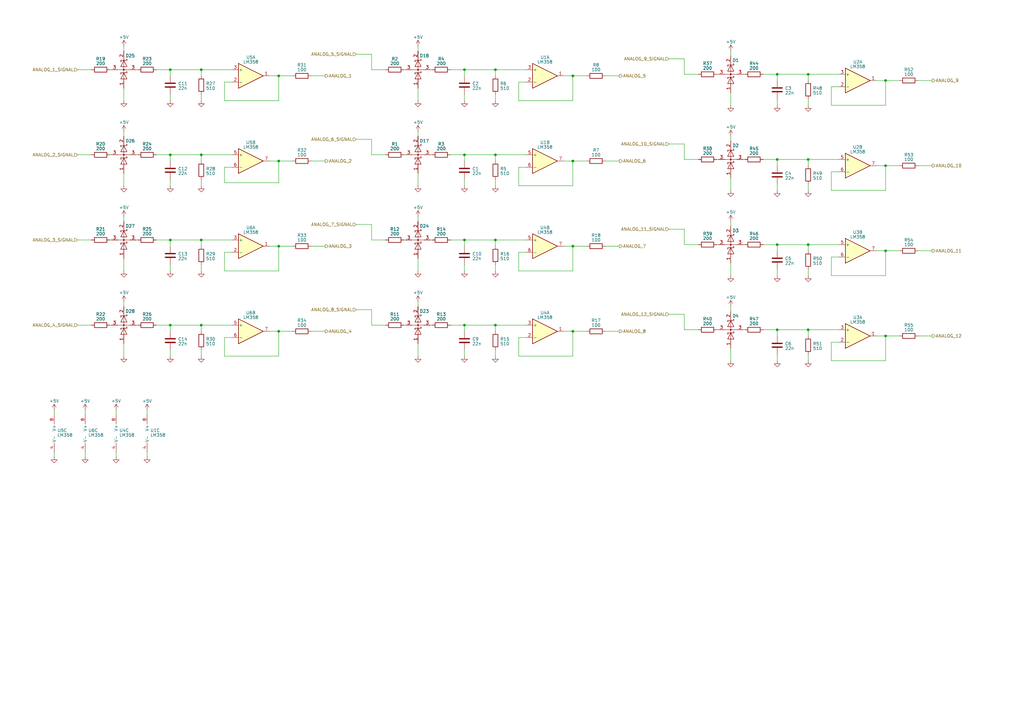
<source format=kicad_sch>
(kicad_sch (version 20230121) (generator eeschema)
  (paper "A3")
  (title_block (title "VEHICLE MEASURING UNIT (VMU)") (rev "1.0") (company "KTH FORMULA STUDENT") (comment 1 "DeV17") (comment 2 "FILIP SVEBECK") (comment 3 "FSVEBECK@KTH.SE"))
  (lib_symbols
    (symbol "Amplifier_Operational:LM358" (pin_names (offset 0.127))
      (property "Reference" "U" (at 0 5.08 0))
      (property "Value" "LM358" (at 0 -5.08 0))
      (symbol "LM358_1_1"
        (polyline (pts (xy -5.08 5.08) (xy 5.08 0) (xy -5.08 -5.08) (xy -5.08 5.08)) (stroke (width 0.254)) (fill (type background)))
        (pin output line (at 7.62 0 180) (length 2.54) (name "~") (number "1"))
        (pin input line (at -7.62 -2.54 0) (length 2.54) (name "-") (number "2"))
        (pin input line (at -7.62 2.54 0) (length 2.54) (name "+") (number "3"))
      )
      (symbol "LM358_2_1"
        (polyline (pts (xy -5.08 5.08) (xy 5.08 0) (xy -5.08 -5.08) (xy -5.08 5.08)) (stroke (width 0.254)) (fill (type background)))
        (pin input line (at -7.62 2.54 0) (length 2.54) (name "+") (number "5"))
        (pin input line (at -7.62 -2.54 0) (length 2.54) (name "-") (number "6"))
        (pin output line (at 7.62 0 180) (length 2.54) (name "~") (number "7"))
      )
      (symbol "LM358_3_1"
        (pin power_in line (at -2.54 -7.62 90) (length 3.81) (name "V-") (number "4"))
        (pin power_in line (at -2.54 7.62 270) (length 3.81) (name "V+") (number "8"))
      )
    )
    (symbol "Device:C" (pin_numbers hide) (pin_names (offset 0.254))
      (property "Reference" "C" (at 0.635 2.54 0))
      (property "Value" "C" (at 0.635 -2.54 0))
      (symbol "C_0_1"
        (polyline (pts (xy -2.032 -0.762) (xy 2.032 -0.762)) (stroke (width 0.508)))
        (polyline (pts (xy -2.032 0.762) (xy 2.032 0.762)) (stroke (width 0.508)))
      )
      (symbol "C_1_1"
        (pin passive line (at 0 3.81 270) (length 2.794) (name "~") (number "1"))
        (pin passive line (at 0 -3.81 90) (length 2.794) (name "~") (number "2"))
      )
    )
    (symbol "Device:R" (pin_numbers hide) (pin_names (offset 0))
      (property "Reference" "R" (at 2.032 0 90))
      (property "Value" "R" (at 0 0 90))
      (symbol "R_0_1"
        (rectangle (start -1.016 -2.54) (end 1.016 2.54) (stroke (width 0.254)))
      )
      (symbol "R_1_1"
        (pin passive line (at 0 3.81 270) (length 1.27) (name "~") (number "1"))
        (pin passive line (at 0 -3.81 90) (length 1.27) (name "~") (number "2"))
      )
    )
    (symbol "KTHFS:D_Schottky_x2_Serial_AKC" (pin_names (offset 0.762) hide)
      (property "Reference" "D" (at 2.54 1.27 90))
      (property "Value" "D_Schottky_x2_Serial_AKC" (at -2.54 0 90))
      (symbol "D_Schottky_x2_Serial_AKC_0_1"
        (polyline (pts (xy 0 -3.81) (xy 0 3.81)))
        (polyline (pts (xy 0 0) (xy 2.54 0)))
        (polyline (pts (xy 0 6.35) (xy 0 7.62)))
        (polyline (pts (xy -1.27 3.81) (xy 1.27 3.81) (xy 1.27 3.81)) (stroke (width 0.2032)))
        (polyline (pts (xy 1.27 -1.27) (xy -1.27 -1.27) (xy -1.27 -1.27)) (stroke (width 0.2032)))
        (polyline (pts (xy -1.27 3.81) (xy -1.27 3.302) (xy -1.016 3.302) (xy -1.016 3.302)) (stroke (width 0.2032)))
        (polyline (pts (xy 1.27 -1.27) (xy 1.27 -0.762) (xy 1.016 -0.762) (xy 1.016 -0.762)) (stroke (width 0.2032)))
        (polyline (pts (xy 1.27 3.81) (xy 1.27 4.318) (xy 1.016 4.318) (xy 1.016 4.318)) (stroke (width 0.2032)))
        (polyline (pts (xy -1.016 -1.778) (xy -1.27 -1.778) (xy -1.27 -1.27) (xy -1.27 -1.27) (xy -1.27 -1.27)) (stroke (width 0.2032)))
        (polyline (pts (xy -1.27 -3.81) (xy 0 -1.27) (xy 1.27 -3.81) (xy -1.27 -3.81) (xy -1.27 -3.81) (xy -1.27 -3.81)) (stroke (width 0.2032)))
        (polyline (pts (xy -1.27 1.27) (xy 0 3.81) (xy 1.27 1.27) (xy -1.27 1.27) (xy -1.27 1.27) (xy -1.27 1.27)) (stroke (width 0.2032)))
        (circle (center 0 0) (radius 0.254) (fill (type outline)))
        (pin passive line (at 0 -7.62 90) (length 3.81) (name "A") (number "1"))
        (pin passive line (at 0 7.62 270) (length 3.81) (name "K") (number "2"))
        (pin passive line (at 5.08 0 180) (length 2.54) (name "common") (number "3"))
      )
      (symbol "D_Schottky_x2_Serial_AKC_1_1"
        (polyline (pts (xy 0 0) (xy -2.54 0)))
        (pin passive line (at -5.08 0 0) (length 2.54) (name "common") (number "3"))
      )
    )
    (symbol "power:+5V" (power) (pin_names (offset 0))
      (property "Value" "+5V" (at 0 3.556 0))
      (symbol "+5V_0_1"
        (polyline (pts (xy -0.762 1.27) (xy 0 2.54)))
        (polyline (pts (xy 0 0) (xy 0 2.54)))
        (polyline (pts (xy 0 2.54) (xy 0.762 1.27)))
      )
      (symbol "+5V_1_1"
        (pin power_in line (at 0 0 90) (length 0) hide (name "+5V") (number "1"))
      )
    )
    (symbol "power:GND" (power) (pin_names (offset 0))
      (property "Value" "GND" (at 0 -3.81 0))
      (symbol "GND_0_1"
        (polyline (pts (xy 0 0) (xy 0 -1.27) (xy 1.27 -1.27) (xy 0 -2.54) (xy -1.27 -1.27) (xy 0 -1.27)))
      )
      (symbol "GND_1_1"
        (pin power_in line (at 0 0 270) (length 0) hide (name "GND") (number "1"))
      )
    )
  )
  (junction (at 114.3 100.965))
  (junction (at 234.95 135.89))
  (junction (at 363.22 67.945))
  (junction (at 318.77 100.33))
  (junction (at 114.3 66.04))
  (junction (at 114.3 31.115))
  (junction (at 190.5 98.425))
  (junction (at 190.5 133.35))
  (junction (at 331.47 30.48))
  (junction (at 203.2 63.5))
  (junction (at 203.2 28.575))
  (junction (at 331.47 65.405))
  (junction (at 318.77 30.48))
  (junction (at 331.47 100.33))
  (junction (at 363.22 137.795))
  (junction (at 82.55 133.35))
  (junction (at 234.95 31.115))
  (junction (at 318.77 135.255))
  (junction (at 69.85 63.5))
  (junction (at 363.22 102.87))
  (junction (at 82.55 98.425))
  (junction (at 234.95 100.965))
  (junction (at 190.5 63.5))
  (junction (at 69.85 98.425))
  (junction (at 234.95 66.04))
  (junction (at 82.55 63.5))
  (junction (at 190.5 28.575))
  (junction (at 114.3 135.89))
  (junction (at 331.47 135.255))
  (junction (at 363.22 33.02))
  (junction (at 69.85 28.575))
  (junction (at 318.77 65.405))
  (junction (at 203.2 133.35))
  (junction (at 69.85 133.35))
  (junction (at 203.2 98.425))
  (junction (at 82.55 28.575))
  (wire (pts (xy 69.85 133.35) (xy 64.135 133.35)))
  (wire (pts (xy 299.72 57.785) (xy 299.72 55.88)))
  (wire (pts (xy 331.47 110.49) (xy 331.47 113.03)))
  (wire (pts (xy 240.665 100.965) (xy 234.95 100.965)))
  (wire (pts (xy 171.45 55.88) (xy 171.45 53.975)))
  (wire (pts (xy 363.22 67.945) (xy 359.41 67.945)))
  (wire (pts (xy 34.925 170.18) (xy 34.925 168.275)))
  (wire (pts (xy 240.665 66.04) (xy 234.95 66.04)))
  (wire (pts (xy 234.95 111.125) (xy 234.95 100.965)))
  (wire (pts (xy 331.47 102.87) (xy 331.47 100.33)))
  (wire (pts (xy 114.3 74.93) (xy 114.3 66.04)))
  (wire (pts (xy 171.45 71.12) (xy 171.45 76.2)))
  (wire (pts (xy 203.2 66.04) (xy 203.2 63.5)))
  (wire (pts (xy 304.8 100.33) (xy 305.435 100.33)))
  (wire (pts (xy 190.5 108.585) (xy 190.5 111.125)))
  (wire (pts (xy 248.285 31.115) (xy 254 31.115)))
  (wire (pts (xy 50.8 146.05) (xy 50.8 140.97)))
  (wire (pts (xy 82.55 28.575) (xy 82.55 31.115)))
  (wire (pts (xy 215.9 133.35) (xy 203.2 133.35)))
  (wire (pts (xy 240.665 31.115) (xy 234.95 31.115)))
  (wire (pts (xy 215.9 63.5) (xy 203.2 63.5)))
  (wire (pts (xy 190.5 63.5) (xy 190.5 66.04)))
  (wire (pts (xy 280.67 93.98) (xy 280.67 100.33)))
  (wire (pts (xy 171.45 36.195) (xy 171.45 41.275)))
  (wire (pts (xy 158.115 133.35) (xy 152.4 133.35)))
  (wire (pts (xy 363.22 43.18) (xy 363.22 33.02)))
  (wire (pts (xy 212.725 68.58) (xy 212.725 76.2)))
  (wire (pts (xy 82.55 41.275) (xy 82.55 38.735)))
  (wire (pts (xy 318.77 135.255) (xy 318.77 137.795)))
  (wire (pts (xy 114.3 31.115) (xy 110.49 31.115)))
  (wire (pts (xy 340.995 35.56) (xy 340.995 43.18)))
  (wire (pts (xy 318.77 30.48) (xy 318.77 33.02)))
  (wire (pts (xy 305.435 135.255) (xy 304.8 135.255)))
  (wire (pts (xy 212.725 111.125) (xy 234.95 111.125)))
  (wire (pts (xy 127.635 100.965) (xy 133.35 100.965)))
  (wire (pts (xy 22.225 170.18) (xy 22.225 168.275)))
  (wire (pts (xy 120.015 31.115) (xy 114.3 31.115)))
  (wire (pts (xy 231.14 135.89) (xy 234.95 135.89)))
  (wire (pts (xy 340.995 113.03) (xy 363.22 113.03)))
  (wire (pts (xy 248.285 135.89) (xy 254 135.89)))
  (wire (pts (xy 299.72 92.71) (xy 299.72 90.805)))
  (wire (pts (xy 50.8 90.805) (xy 50.8 88.9)))
  (wire (pts (xy 340.995 43.18) (xy 363.22 43.18)))
  (wire (pts (xy 146.05 57.15) (xy 152.4 57.15)))
  (wire (pts (xy 280.67 65.405) (xy 286.385 65.405)))
  (wire (pts (xy 47.625 170.18) (xy 47.625 168.275)))
  (wire (pts (xy 376.555 137.795) (xy 382.27 137.795)))
  (wire (pts (xy 203.2 38.735) (xy 203.2 41.275)))
  (wire (pts (xy 344.17 140.335) (xy 340.995 140.335)))
  (wire (pts (xy 56.515 98.425) (xy 55.88 98.425)))
  (wire (pts (xy 114.3 41.275) (xy 114.3 31.115)))
  (wire (pts (xy 31.75 63.5) (xy 37.465 63.5)))
  (wire (pts (xy 69.85 66.04) (xy 69.85 63.5)))
  (wire (pts (xy 331.47 135.255) (xy 331.47 137.795)))
  (wire (pts (xy 340.995 78.105) (xy 363.22 78.105)))
  (wire (pts (xy 215.9 68.58) (xy 212.725 68.58)))
  (wire (pts (xy 190.5 98.425) (xy 190.5 100.965)))
  (wire (pts (xy 368.935 102.87) (xy 363.22 102.87)))
  (wire (pts (xy 274.32 93.98) (xy 280.67 93.98)))
  (wire (pts (xy 203.2 100.965) (xy 203.2 98.425)))
  (wire (pts (xy 190.5 28.575) (xy 190.5 31.115)))
  (wire (pts (xy 190.5 133.35) (xy 184.785 133.35)))
  (wire (pts (xy 176.53 63.5) (xy 177.165 63.5)))
  (wire (pts (xy 368.935 67.945) (xy 363.22 67.945)))
  (wire (pts (xy 280.67 128.905) (xy 274.32 128.905)))
  (wire (pts (xy 318.77 75.565) (xy 318.77 78.105)))
  (wire (pts (xy 133.35 135.89) (xy 127.635 135.89)))
  (wire (pts (xy 331.47 135.255) (xy 318.77 135.255)))
  (wire (pts (xy 176.53 98.425) (xy 177.165 98.425)))
  (wire (pts (xy 344.17 35.56) (xy 340.995 35.56)))
  (wire (pts (xy 331.47 67.945) (xy 331.47 65.405)))
  (wire (pts (xy 203.2 28.575) (xy 203.2 31.115)))
  (wire (pts (xy 82.55 108.585) (xy 82.55 111.125)))
  (wire (pts (xy 69.85 31.115) (xy 69.85 28.575)))
  (wire (pts (xy 363.22 113.03) (xy 363.22 102.87)))
  (wire (pts (xy 50.8 20.955) (xy 50.8 19.05)))
  (wire (pts (xy 177.165 133.35) (xy 176.53 133.35)))
  (wire (pts (xy 318.77 40.64) (xy 318.77 43.18)))
  (wire (pts (xy 184.785 98.425) (xy 190.5 98.425)))
  (wire (pts (xy 114.3 111.125) (xy 114.3 100.965)))
  (wire (pts (xy 50.8 76.2) (xy 50.8 71.12)))
  (wire (pts (xy 331.47 65.405) (xy 318.77 65.405)))
  (wire (pts (xy 114.3 100.965) (xy 110.49 100.965)))
  (wire (pts (xy 313.055 100.33) (xy 318.77 100.33)))
  (wire (pts (xy 171.45 106.045) (xy 171.45 111.125)))
  (wire (pts (xy 47.625 187.325) (xy 47.625 185.42)))
  (wire (pts (xy 114.3 100.965) (xy 120.015 100.965)))
  (wire (pts (xy 190.5 38.735) (xy 190.5 41.275)))
  (wire (pts (xy 165.735 28.575) (xy 166.37 28.575)))
  (wire (pts (xy 95.25 28.575) (xy 82.55 28.575)))
  (wire (pts (xy 152.4 28.575) (xy 158.115 28.575)))
  (wire (pts (xy 171.45 123.825) (xy 171.45 125.73)))
  (wire (pts (xy 212.725 33.655) (xy 212.725 41.275)))
  (wire (pts (xy 37.465 28.575) (xy 31.75 28.575)))
  (wire (pts (xy 215.9 33.655) (xy 212.725 33.655)))
  (wire (pts (xy 299.72 73.025) (xy 299.72 78.105)))
  (wire (pts (xy 45.085 63.5) (xy 45.72 63.5)))
  (wire (pts (xy 69.85 135.89) (xy 69.85 133.35)))
  (wire (pts (xy 152.4 63.5) (xy 158.115 63.5)))
  (wire (pts (xy 92.075 74.93) (xy 114.3 74.93)))
  (wire (pts (xy 299.72 38.1) (xy 299.72 43.18)))
  (wire (pts (xy 274.32 59.055) (xy 280.67 59.055)))
  (wire (pts (xy 363.22 78.105) (xy 363.22 67.945)))
  (wire (pts (xy 152.4 92.075) (xy 152.4 98.425)))
  (wire (pts (xy 203.2 133.35) (xy 190.5 133.35)))
  (wire (pts (xy 318.77 147.955) (xy 318.77 145.415)))
  (wire (pts (xy 82.55 135.89) (xy 82.55 133.35)))
  (wire (pts (xy 110.49 66.04) (xy 114.3 66.04)))
  (wire (pts (xy 190.5 146.05) (xy 190.5 143.51)))
  (wire (pts (xy 340.995 105.41) (xy 340.995 113.03)))
  (wire (pts (xy 234.95 66.04) (xy 231.14 66.04)))
  (wire (pts (xy 50.8 111.125) (xy 50.8 106.045)))
  (wire (pts (xy 69.85 76.2) (xy 69.85 73.66)))
  (wire (pts (xy 165.735 63.5) (xy 166.37 63.5)))
  (wire (pts (xy 254 100.965) (xy 248.285 100.965)))
  (wire (pts (xy 215.9 138.43) (xy 212.725 138.43)))
  (wire (pts (xy 69.85 98.425) (xy 82.55 98.425)))
  (wire (pts (xy 95.25 33.655) (xy 92.075 33.655)))
  (wire (pts (xy 294.005 65.405) (xy 294.64 65.405)))
  (wire (pts (xy 212.725 76.2) (xy 234.95 76.2)))
  (wire (pts (xy 152.4 28.575) (xy 152.4 22.225)))
  (wire (pts (xy 304.8 65.405) (xy 305.435 65.405)))
  (wire (pts (xy 318.77 65.405) (xy 318.77 67.945)))
  (wire (pts (xy 50.8 55.88) (xy 50.8 53.975)))
  (wire (pts (xy 82.55 146.05) (xy 82.55 143.51)))
  (wire (pts (xy 331.47 147.955) (xy 331.47 145.415)))
  (wire (pts (xy 146.05 92.075) (xy 152.4 92.075)))
  (wire (pts (xy 56.515 63.5) (xy 55.88 63.5)))
  (wire (pts (xy 344.17 135.255) (xy 331.47 135.255)))
  (wire (pts (xy 133.35 31.115) (xy 127.635 31.115)))
  (wire (pts (xy 382.27 102.87) (xy 376.555 102.87)))
  (wire (pts (xy 344.17 105.41) (xy 340.995 105.41)))
  (wire (pts (xy 203.2 98.425) (xy 190.5 98.425)))
  (wire (pts (xy 114.3 146.05) (xy 114.3 135.89)))
  (wire (pts (xy 294.64 100.33) (xy 294.005 100.33)))
  (wire (pts (xy 92.075 111.125) (xy 114.3 111.125)))
  (wire (pts (xy 50.8 36.195) (xy 50.8 41.275)))
  (wire (pts (xy 152.4 127) (xy 146.05 127)))
  (wire (pts (xy 340.995 70.485) (xy 340.995 78.105)))
  (wire (pts (xy 45.72 98.425) (xy 45.085 98.425)))
  (wire (pts (xy 82.55 63.5) (xy 82.55 66.04)))
  (wire (pts (xy 171.45 140.97) (xy 171.45 146.05)))
  (wire (pts (xy 203.2 63.5) (xy 190.5 63.5)))
  (wire (pts (xy 234.95 41.275) (xy 234.95 31.115)))
  (wire (pts (xy 171.45 20.955) (xy 171.45 19.05)))
  (wire (pts (xy 92.075 33.655) (xy 92.075 41.275)))
  (wire (pts (xy 92.075 103.505) (xy 92.075 111.125)))
  (wire (pts (xy 203.2 73.66) (xy 203.2 76.2)))
  (wire (pts (xy 45.72 28.575) (xy 45.085 28.575)))
  (wire (pts (xy 60.325 170.18) (xy 60.325 168.275)))
  (wire (pts (xy 331.47 30.48) (xy 331.47 33.02)))
  (wire (pts (xy 234.95 76.2) (xy 234.95 66.04)))
  (wire (pts (xy 45.085 133.35) (xy 45.72 133.35)))
  (wire (pts (xy 69.85 108.585) (xy 69.85 111.125)))
  (wire (pts (xy 92.075 68.58) (xy 92.075 74.93)))
  (wire (pts (xy 203.2 108.585) (xy 203.2 111.125)))
  (wire (pts (xy 95.25 68.58) (xy 92.075 68.58)))
  (wire (pts (xy 152.4 57.15) (xy 152.4 63.5)))
  (wire (pts (xy 280.67 30.48) (xy 280.67 24.13)))
  (wire (pts (xy 92.075 41.275) (xy 114.3 41.275)))
  (wire (pts (xy 318.77 30.48) (xy 331.47 30.48)))
  (wire (pts (xy 344.17 100.33) (xy 331.47 100.33)))
  (wire (pts (xy 152.4 22.225) (xy 146.05 22.225)))
  (wire (pts (xy 114.3 135.89) (xy 110.49 135.89)))
  (wire (pts (xy 280.67 59.055) (xy 280.67 65.405)))
  (wire (pts (xy 203.2 133.35) (xy 203.2 135.89)))
  (wire (pts (xy 382.27 67.945) (xy 376.555 67.945)))
  (wire (pts (xy 190.5 28.575) (xy 203.2 28.575)))
  (wire (pts (xy 212.725 41.275) (xy 234.95 41.275)))
  (wire (pts (xy 95.25 98.425) (xy 82.55 98.425)))
  (wire (pts (xy 294.005 30.48) (xy 294.64 30.48)))
  (wire (pts (xy 359.41 137.795) (xy 363.22 137.795)))
  (wire (pts (xy 82.55 133.35) (xy 95.25 133.35)))
  (wire (pts (xy 92.075 138.43) (xy 92.075 146.05)))
  (wire (pts (xy 82.55 98.425) (xy 82.55 100.965)))
  (wire (pts (xy 92.075 146.05) (xy 114.3 146.05)))
  (wire (pts (xy 158.115 98.425) (xy 152.4 98.425)))
  (wire (pts (xy 212.725 146.05) (xy 234.95 146.05)))
  (wire (pts (xy 363.22 102.87) (xy 359.41 102.87)))
  (wire (pts (xy 95.25 103.505) (xy 92.075 103.505)))
  (wire (pts (xy 280.67 135.255) (xy 280.67 128.905)))
  (wire (pts (xy 234.95 31.115) (xy 231.14 31.115)))
  (wire (pts (xy 152.4 133.35) (xy 152.4 127)))
  (wire (pts (xy 69.85 28.575) (xy 82.55 28.575)))
  (wire (pts (xy 215.9 98.425) (xy 203.2 98.425)))
  (wire (pts (xy 69.85 63.5) (xy 64.135 63.5)))
  (wire (pts (xy 313.055 30.48) (xy 318.77 30.48)))
  (wire (pts (xy 31.75 98.425) (xy 37.465 98.425)))
  (wire (pts (xy 294.64 135.255) (xy 294.005 135.255)))
  (wire (pts (xy 69.85 38.735) (xy 69.85 41.275)))
  (wire (pts (xy 344.17 65.405) (xy 331.47 65.405)))
  (wire (pts (xy 215.9 103.505) (xy 212.725 103.505)))
  (wire (pts (xy 376.555 33.02) (xy 382.27 33.02)))
  (wire (pts (xy 184.785 63.5) (xy 190.5 63.5)))
  (wire (pts (xy 190.5 133.35) (xy 190.5 135.89)))
  (wire (pts (xy 368.935 33.02) (xy 363.22 33.02)))
  (wire (pts (xy 190.5 73.66) (xy 190.5 76.2)))
  (wire (pts (xy 69.85 100.965) (xy 69.85 98.425)))
  (wire (pts (xy 286.385 135.255) (xy 280.67 135.255)))
  (wire (pts (xy 331.47 75.565) (xy 331.47 78.105)))
  (wire (pts (xy 340.995 140.335) (xy 340.995 147.955)))
  (wire (pts (xy 55.88 28.575) (xy 56.515 28.575)))
  (wire (pts (xy 234.95 146.05) (xy 234.95 135.89)))
  (wire (pts (xy 234.95 135.89) (xy 240.665 135.89)))
  (wire (pts (xy 34.925 185.42) (xy 34.925 187.325)))
  (wire (pts (xy 299.72 142.875) (xy 299.72 147.955)))
  (wire (pts (xy 176.53 28.575) (xy 177.165 28.575)))
  (wire (pts (xy 69.85 146.05) (xy 69.85 143.51)))
  (wire (pts (xy 318.77 110.49) (xy 318.77 113.03)))
  (wire (pts (xy 331.47 100.33) (xy 318.77 100.33)))
  (wire (pts (xy 304.8 30.48) (xy 305.435 30.48)))
  (wire (pts (xy 50.8 125.73) (xy 50.8 123.825)))
  (wire (pts (xy 299.72 125.73) (xy 299.72 127.635)))
  (wire (pts (xy 215.9 28.575) (xy 203.2 28.575)))
  (wire (pts (xy 340.995 147.955) (xy 363.22 147.955)))
  (wire (pts (xy 60.325 187.325) (xy 60.325 185.42)))
  (wire (pts (xy 212.725 138.43) (xy 212.725 146.05)))
  (wire (pts (xy 363.22 137.795) (xy 368.935 137.795)))
  (wire (pts (xy 171.45 90.805) (xy 171.45 88.9)))
  (wire (pts (xy 280.67 24.13) (xy 274.32 24.13)))
  (wire (pts (xy 318.77 100.33) (xy 318.77 102.87)))
  (wire (pts (xy 120.015 135.89) (xy 114.3 135.89)))
  (wire (pts (xy 69.85 98.425) (xy 64.135 98.425)))
  (wire (pts (xy 82.55 76.2) (xy 82.55 73.66)))
  (wire (pts (xy 203.2 146.05) (xy 203.2 143.51)))
  (wire (pts (xy 363.22 147.955) (xy 363.22 137.795)))
  (wire (pts (xy 166.37 133.35) (xy 165.735 133.35)))
  (wire (pts (xy 82.55 133.35) (xy 69.85 133.35)))
  (wire (pts (xy 363.22 33.02) (xy 359.41 33.02)))
  (wire (pts (xy 166.37 98.425) (xy 165.735 98.425)))
  (wire (pts (xy 299.72 22.86) (xy 299.72 20.955)))
  (wire (pts (xy 95.25 63.5) (xy 82.55 63.5)))
  (wire (pts (xy 69.85 28.575) (xy 64.135 28.575)))
  (wire (pts (xy 344.17 30.48) (xy 331.47 30.48)))
  (wire (pts (xy 344.17 70.485) (xy 340.995 70.485)))
  (wire (pts (xy 37.465 133.35) (xy 31.75 133.35)))
  (wire (pts (xy 114.3 66.04) (xy 120.015 66.04)))
  (wire (pts (xy 318.77 135.255) (xy 313.055 135.255)))
  (wire (pts (xy 313.055 65.405) (xy 318.77 65.405)))
  (wire (pts (xy 234.95 100.965) (xy 231.14 100.965)))
  (wire (pts (xy 184.785 28.575) (xy 190.5 28.575)))
  (wire (pts (xy 286.385 100.33) (xy 280.67 100.33)))
  (wire (pts (xy 55.88 133.35) (xy 56.515 133.35)))
  (wire (pts (xy 133.35 66.04) (xy 127.635 66.04)))
  (wire (pts (xy 331.47 40.64) (xy 331.47 43.18)))
  (wire (pts (xy 69.85 63.5) (xy 82.55 63.5)))
  (wire (pts (xy 280.67 30.48) (xy 286.385 30.48)))
  (wire (pts (xy 212.725 103.505) (xy 212.725 111.125)))
  (wire (pts (xy 22.225 187.325) (xy 22.225 185.42)))
  (wire (pts (xy 299.72 107.95) (xy 299.72 113.03)))
  (wire (pts (xy 254 66.04) (xy 248.285 66.04)))
  (wire (pts (xy 95.25 138.43) (xy 92.075 138.43)))
  (hierarchical_label "ANALOG_5_SIGNAL" (shape input) (at 146.05 22.225 180))
  (hierarchical_label "ANALOG_11_SIGNAL" (shape input) (at 274.32 93.98 180))
  (hierarchical_label "ANALOG_12_SIGNAL" (shape input) (at 274.32 128.905 180))
  (hierarchical_label "ANALOG_5" (shape output) (at 254 31.115 0))
  (hierarchical_label "ANALOG_7_SIGNAL" (shape input) (at 146.05 92.075 180))
  (hierarchical_label "ANALOG_3" (shape output) (at 133.35 100.965 0))
  (hierarchical_label "ANALOG_9_SIGNAL" (shape input) (at 274.32 24.13 180))
  (hierarchical_label "ANALOG_9" (shape output) (at 382.27 33.02 0))
  (hierarchical_label "ANALOG_6" (shape output) (at 254 66.04 0))
  (hierarchical_label "ANALOG_12" (shape output) (at 382.27 137.795 0))
  (hierarchical_label "ANALOG_8" (shape output) (at 254 135.89 0))
  (hierarchical_label "ANALOG_6_SIGNAL" (shape input) (at 146.05 57.15 180))
  (hierarchical_label "ANALOG_8_SIGNAL" (shape input) (at 146.05 127 180))
  (hierarchical_label "ANALOG_1_SIGNAL" (shape input) (at 31.75 28.575 180))
  (hierarchical_label "ANALOG_7" (shape output) (at 254 100.965 0))
  (hierarchical_label "ANALOG_11" (shape output) (at 382.27 102.87 0))
  (hierarchical_label "ANALOG_10_SIGNAL" (shape input) (at 274.32 59.055 180))
  (hierarchical_label "ANALOG_4" (shape output) (at 133.35 135.89 0))
  (hierarchical_label "ANALOG_1" (shape output) (at 133.35 31.115 0))
  (hierarchical_label "ANALOG_3_SIGNAL" (shape input) (at 31.75 98.425 180))
  (hierarchical_label "ANALOG_2_SIGNAL" (shape input) (at 31.75 63.5 180))
  (hierarchical_label "ANALOG_4_SIGNAL" (shape input) (at 31.75 133.35 180))
  (hierarchical_label "ANALOG_2" (shape output) (at 133.35 66.04 0))
  (hierarchical_label "ANALOG_10" (shape output) (at 382.27 67.945 0))
  (symbol (lib_id "Device:R") (at 41.275 28.575 270) (unit 1)
    (property "Reference" "R19" (at 41.275 24.13 90))
    (property "Value" "200" (at 41.275 26.035 90))
    (property "Footprint" "Resistor_SMD:R_0603_1608Metric" (effects hide))
  )
  (symbol (lib_id "power:GND") (at 50.8 41.275 0) (unit 1)
    (property "Reference" "#PWR060" (effects hide))
    (property "Value" "GND" (effects hide))
  )
  (symbol (lib_id "power:+5V") (at 50.8 19.05 0) (unit 1)
    (property "Reference" "#PWR059" (effects hide))
    (property "Value" "+5V" (at 50.8 15.24 0))
  )
  (symbol (lib_id "Device:R") (at 60.325 28.575 270) (unit 1)
    (property "Reference" "R23" (at 60.325 24.13 90))
    (property "Value" "200" (at 60.325 26.035 90))
    (property "Footprint" "Resistor_SMD:R_0603_1608Metric" (effects hide))
  )
  (symbol (lib_id "Device:C") (at 69.85 34.925 0) (unit 1)
    (property "Reference" "C11" (at 73.025 34.29 0) (effects (justify left)))
    (property "Value" "22n" (at 73.025 36.195 0) (effects (justify left)))
    (property "Footprint" "Capacitor_SMD:C_0603_1608Metric" (effects hide))
  )
  (symbol (lib_id "Device:R") (at 82.55 34.925 0) (unit 1)
    (property "Reference" "R27" (at 84.455 34.29 0) (effects (justify left)))
    (property "Value" "510" (at 84.455 36.195 0) (effects (justify left)))
    (property "Footprint" "Resistor_SMD:R_0603_1608Metric" (effects hide))
  )
  (symbol (lib_id "Amplifier_Operational:LM358") (at 102.87 31.115 0) (unit 1)
    (property "Reference" "U5" (at 102.87 23.495 0))
    (property "Value" "LM358" (at 102.87 25.4 0))
    (property "Footprint" "Package_SO:SOIC-8_3.9x4.9mm_P1.27mm" (effects hide))
    (property "Datasheet" "http://www.ti.com/lit/ds/symlink/lm2904-n.pdf" (effects hide))
  )
  (symbol (lib_id "Amplifier_Operational:LM358") (at 102.87 66.04 0) (unit 2)
    (property "Reference" "U5" (at 102.87 58.42 0))
    (property "Value" "LM358" (at 102.87 60.325 0))
    (property "Footprint" "Package_SO:SOIC-8_3.9x4.9mm_P1.27mm" (effects hide))
    (property "Datasheet" "http://www.ti.com/lit/ds/symlink/lm2904-n.pdf" (effects hide))
  )
  (symbol (lib_id "Device:R") (at 41.275 63.5 270) (unit 1)
    (property "Reference" "R20" (at 41.275 59.055 90))
    (property "Value" "200" (at 41.275 60.96 90))
    (property "Footprint" "Resistor_SMD:R_0603_1608Metric" (effects hide))
  )
  (symbol (lib_id "power:GND") (at 69.85 76.2 0) (unit 1)
    (property "Reference" "#PWR062" (effects hide))
    (property "Value" "GND" (effects hide))
  )
  (symbol (lib_id "power:+5V") (at 50.8 53.975 0) (unit 1)
    (property "Reference" "#PWR061" (effects hide))
    (property "Value" "+5V" (at 50.8 50.165 0))
  )
  (symbol (lib_id "Device:R") (at 60.325 63.5 270) (unit 1)
    (property "Reference" "R24" (at 60.325 59.055 90))
    (property "Value" "200" (at 60.325 60.96 90))
    (property "Footprint" "Resistor_SMD:R_0603_1608Metric" (effects hide))
  )
  (symbol (lib_id "Device:C") (at 69.85 69.85 0) (unit 1)
    (property "Reference" "C12" (at 73.025 69.215 0) (effects (justify left)))
    (property "Value" "22n" (at 73.025 71.12 0) (effects (justify left)))
    (property "Footprint" "Capacitor_SMD:C_0603_1608Metric" (effects hide))
  )
  (symbol (lib_id "Device:R") (at 82.55 69.85 0) (unit 1)
    (property "Reference" "R28" (at 84.455 69.215 0) (effects (justify left)))
    (property "Value" "510" (at 84.455 71.12 0) (effects (justify left)))
    (property "Footprint" "Resistor_SMD:R_0603_1608Metric" (effects hide))
  )
  (symbol (lib_id "Device:R") (at 123.825 31.115 270) (unit 1)
    (property "Reference" "R31" (at 123.825 26.67 90))
    (property "Value" "100" (at 123.825 28.575 90))
    (property "Footprint" "Resistor_SMD:R_0603_1608Metric" (effects hide))
  )
  (symbol (lib_id "Device:R") (at 123.825 66.04 270) (unit 1)
    (property "Reference" "R32" (at 123.825 61.595 90))
    (property "Value" "100" (at 123.825 63.5 90))
    (property "Footprint" "Resistor_SMD:R_0603_1608Metric" (effects hide))
  )
  (symbol (lib_id "Device:R") (at 41.275 98.425 270) (unit 1)
    (property "Reference" "R21" (at 41.275 93.98 90))
    (property "Value" "200" (at 41.275 95.885 90))
    (property "Footprint" "Resistor_SMD:R_0603_1608Metric" (effects hide))
  )
  (symbol (lib_id "power:GND") (at 50.8 111.125 0) (unit 1)
    (property "Reference" "#PWR064" (effects hide))
    (property "Value" "GND" (effects hide))
  )
  (symbol (lib_id "power:+5V") (at 50.8 88.9 0) (unit 1)
    (property "Reference" "#PWR063" (effects hide))
    (property "Value" "+5V" (at 50.8 85.09 0))
  )
  (symbol (lib_id "Device:R") (at 60.325 98.425 270) (unit 1)
    (property "Reference" "R25" (at 60.325 93.98 90))
    (property "Value" "200" (at 60.325 95.885 90))
    (property "Footprint" "Resistor_SMD:R_0603_1608Metric" (effects hide))
  )
  (symbol (lib_id "Device:C") (at 69.85 104.775 0) (unit 1)
    (property "Reference" "C13" (at 73.025 104.14 0) (effects (justify left)))
    (property "Value" "22n" (at 73.025 106.045 0) (effects (justify left)))
    (property "Footprint" "Capacitor_SMD:C_0603_1608Metric" (effects hide))
  )
  (symbol (lib_id "Device:R") (at 82.55 104.775 0) (unit 1)
    (property "Reference" "R29" (at 84.455 104.14 0) (effects (justify left)))
    (property "Value" "510" (at 84.455 106.045 0) (effects (justify left)))
    (property "Footprint" "Resistor_SMD:R_0603_1608Metric" (effects hide))
  )
  (symbol (lib_id "Amplifier_Operational:LM358") (at 102.87 100.965 0) (unit 1)
    (property "Reference" "U6" (at 102.87 93.345 0))
    (property "Value" "LM358" (at 102.87 95.25 0))
    (property "Footprint" "Package_SO:SOIC-8_3.9x4.9mm_P1.27mm" (effects hide))
    (property "Datasheet" "http://www.ti.com/lit/ds/symlink/lm2904-n.pdf" (effects hide))
  )
  (symbol (lib_id "Amplifier_Operational:LM358") (at 102.87 135.89 0) (unit 2)
    (property "Reference" "U6" (at 102.87 128.27 0))
    (property "Value" "LM358" (at 102.87 130.175 0))
    (property "Footprint" "Package_SO:SOIC-8_3.9x4.9mm_P1.27mm" (effects hide))
    (property "Datasheet" "http://www.ti.com/lit/ds/symlink/lm2904-n.pdf" (effects hide))
  )
  (symbol (lib_id "Amplifier_Operational:LM358") (at 24.765 177.8 0) (unit 3)
    (property "Reference" "U5" (at 23.495 176.53 0) (effects (justify left)))
    (property "Value" "LM358" (at 23.495 178.435 0) (effects (justify left)))
    (property "Footprint" "Package_SO:SOIC-8_3.9x4.9mm_P1.27mm" (effects hide))
    (property "Datasheet" "http://www.ti.com/lit/ds/symlink/lm2904-n.pdf" (effects hide))
  )
  (symbol (lib_id "Device:R") (at 41.275 133.35 270) (unit 1)
    (property "Reference" "R22" (at 41.275 128.905 90))
    (property "Value" "200" (at 41.275 130.81 90))
    (property "Footprint" "Resistor_SMD:R_0603_1608Metric" (effects hide))
  )
  (symbol (lib_id "power:GND") (at 50.8 146.05 0) (unit 1)
    (property "Reference" "#PWR066" (effects hide))
    (property "Value" "GND" (effects hide))
  )
  (symbol (lib_id "power:+5V") (at 50.8 123.825 0) (unit 1)
    (property "Reference" "#PWR065" (effects hide))
    (property "Value" "+5V" (at 50.8 120.015 0))
  )
  (symbol (lib_id "Device:R") (at 60.325 133.35 270) (unit 1)
    (property "Reference" "R26" (at 60.325 128.905 90))
    (property "Value" "200" (at 60.325 130.81 90))
    (property "Footprint" "Resistor_SMD:R_0603_1608Metric" (effects hide))
  )
  (symbol (lib_id "Device:C") (at 69.85 139.7 0) (unit 1)
    (property "Reference" "C14" (at 73.025 139.065 0) (effects (justify left)))
    (property "Value" "22n" (at 73.025 140.97 0) (effects (justify left)))
    (property "Footprint" "Capacitor_SMD:C_0603_1608Metric" (effects hide))
  )
  (symbol (lib_id "Device:R") (at 82.55 139.7 0) (unit 1)
    (property "Reference" "R30" (at 84.455 139.065 0) (effects (justify left)))
    (property "Value" "510" (at 84.455 140.97 0) (effects (justify left)))
    (property "Footprint" "Resistor_SMD:R_0603_1608Metric" (effects hide))
  )
  (symbol (lib_id "Device:R") (at 123.825 100.965 270) (unit 1)
    (property "Reference" "R33" (at 123.825 96.52 90))
    (property "Value" "100" (at 123.825 98.425 90))
    (property "Footprint" "Resistor_SMD:R_0603_1608Metric" (effects hide))
  )
  (symbol (lib_id "Device:R") (at 123.825 135.89 270) (unit 1)
    (property "Reference" "R34" (at 123.825 131.445 90))
    (property "Value" "100" (at 123.825 133.35 90))
    (property "Footprint" "Resistor_SMD:R_0603_1608Metric" (effects hide))
  )
  (symbol (lib_id "Amplifier_Operational:LM358") (at 37.465 177.8 0) (unit 3)
    (property "Reference" "U6" (at 36.195 176.53 0) (effects (justify left)))
    (property "Value" "LM358" (at 36.195 178.435 0) (effects (justify left)))
    (property "Footprint" "Package_SO:SOIC-8_3.9x4.9mm_P1.27mm" (effects hide))
    (property "Datasheet" "http://www.ti.com/lit/ds/symlink/lm2904-n.pdf" (effects hide))
  )
  (symbol (lib_id "power:+5V") (at 22.225 168.275 0) (unit 1)
    (property "Reference" "#PWR071" (effects hide))
    (property "Value" "+5V" (at 22.225 164.465 0))
  )
  (symbol (lib_id "power:+5V") (at 34.925 168.275 0) (unit 1)
    (property "Reference" "#PWR073" (effects hide))
    (property "Value" "+5V" (at 34.925 164.465 0))
  )
  (symbol (lib_id "power:GND") (at 22.225 187.325 0) (unit 1)
    (property "Reference" "#PWR072" (effects hide))
    (property "Value" "GND" (effects hide))
  )
  (symbol (lib_id "power:GND") (at 34.925 187.325 0) (unit 1)
    (property "Reference" "#PWR074" (effects hide))
    (property "Value" "GND" (effects hide))
  )
  (symbol (lib_id "KTHFS:D_Schottky_x2_Serial_AKC") (at 50.8 28.575 0) (unit 1)
    (property "Reference" "D25" (at 51.435 22.86 0) (effects (justify left)))
    (property "Value" "D_Schottky_x2_Serial_AKC" (effects hide))
    (property "Footprint" "Package_TO_SOT_SMD:SOT-23" (effects hide))
  )
  (symbol (lib_id "KTHFS:D_Schottky_x2_Serial_AKC") (at 50.8 63.5 0) (unit 1)
    (property "Reference" "D26" (at 51.435 57.785 0) (effects (justify left)))
    (property "Value" "D_Schottky_x2_Serial_AKC" (effects hide))
    (property "Footprint" "Package_TO_SOT_SMD:SOT-23" (effects hide))
  )
  (symbol (lib_id "KTHFS:D_Schottky_x2_Serial_AKC") (at 50.8 98.425 0) (unit 1)
    (property "Reference" "D27" (at 51.435 92.71 0) (effects (justify left)))
    (property "Value" "D_Schottky_x2_Serial_AKC" (effects hide))
    (property "Footprint" "Package_TO_SOT_SMD:SOT-23" (effects hide))
  )
  (symbol (lib_id "KTHFS:D_Schottky_x2_Serial_AKC") (at 50.8 133.35 0) (unit 1)
    (property "Reference" "D28" (at 51.435 127.635 0) (effects (justify left)))
    (property "Value" "D_Schottky_x2_Serial_AKC" (effects hide))
    (property "Footprint" "Package_TO_SOT_SMD:SOT-23" (effects hide))
  )
  (symbol (lib_id "power:GND") (at 69.85 41.275 0) (unit 1)
    (property "Reference" "#PWR0141" (effects hide))
    (property "Value" "GND" (effects hide))
  )
  (symbol (lib_id "power:GND") (at 82.55 41.275 0) (unit 1)
    (property "Reference" "#PWR0140" (effects hide))
    (property "Value" "GND" (effects hide))
  )
  (symbol (lib_id "power:GND") (at 50.8 76.2 0) (unit 1)
    (property "Reference" "#PWR0109" (effects hide))
    (property "Value" "GND" (effects hide))
  )
  (symbol (lib_id "power:GND") (at 82.55 76.2 0) (unit 1)
    (property "Reference" "#PWR0110" (effects hide))
    (property "Value" "GND" (effects hide))
  )
  (symbol (lib_id "power:GND") (at 69.85 111.125 0) (unit 1)
    (property "Reference" "#PWR0138" (effects hide))
    (property "Value" "GND" (effects hide))
  )
  (symbol (lib_id "power:GND") (at 82.55 111.125 0) (unit 1)
    (property "Reference" "#PWR0137" (effects hide))
    (property "Value" "GND" (effects hide))
  )
  (symbol (lib_id "power:GND") (at 69.85 146.05 0) (unit 1)
    (property "Reference" "#PWR0111" (effects hide))
    (property "Value" "GND" (effects hide))
  )
  (symbol (lib_id "power:GND") (at 82.55 146.05 0) (unit 1)
    (property "Reference" "#PWR0112" (effects hide))
    (property "Value" "GND" (effects hide))
  )
  (symbol (lib_id "Amplifier_Operational:LM358") (at 223.52 66.04 0) (unit 2)
    (property "Reference" "U1" (at 223.52 58.42 0))
    (property "Value" "LM358" (at 223.52 60.325 0))
    (property "Footprint" "Package_SO:SOIC-8_3.9x4.9mm_P1.27mm" (effects hide))
    (property "Datasheet" "http://www.ti.com/lit/ds/symlink/lm2904-n.pdf" (effects hide))
  )
  (symbol (lib_id "KTHFS:D_Schottky_x2_Serial_AKC") (at 171.45 63.5 0) (unit 1)
    (property "Reference" "D17" (at 172.085 57.785 0) (effects (justify left)))
    (property "Value" "D_Schottky_x2_Serial_AKC" (effects hide))
    (property "Footprint" "Package_TO_SOT_SMD:SOT-23" (effects hide))
  )
  (symbol (lib_id "KTHFS:D_Schottky_x2_Serial_AKC") (at 171.45 28.575 0) (unit 1)
    (property "Reference" "D18" (at 172.085 22.86 0) (effects (justify left)))
    (property "Value" "D_Schottky_x2_Serial_AKC" (effects hide))
    (property "Footprint" "Package_TO_SOT_SMD:SOT-23" (effects hide))
  )
  (symbol (lib_id "Device:C") (at 190.5 69.85 0) (unit 1)
    (property "Reference" "C1" (at 193.675 69.215 0) (effects (justify left)))
    (property "Value" "22n" (at 193.675 71.12 0) (effects (justify left)))
    (property "Footprint" "Capacitor_SMD:C_0603_1608Metric" (effects hide))
  )
  (symbol (lib_id "power:+5V") (at 47.625 168.275 0) (unit 1)
    (property "Reference" "#PWR0116" (effects hide))
    (property "Value" "+5V" (at 47.625 164.465 0))
  )
  (symbol (lib_id "Device:R") (at 244.475 66.04 270) (unit 1)
    (property "Reference" "R7" (at 244.475 61.595 90))
    (property "Value" "100" (at 244.475 63.5 90))
    (property "Footprint" "Resistor_SMD:R_0603_1608Metric" (effects hide))
  )
  (symbol (lib_id "Amplifier_Operational:LM358") (at 223.52 31.115 0) (unit 1)
    (property "Reference" "U1" (at 223.52 23.495 0))
    (property "Value" "LM358" (at 223.52 25.4 0))
    (property "Footprint" "Package_SO:SOIC-8_3.9x4.9mm_P1.27mm" (effects hide))
    (property "Datasheet" "http://www.ti.com/lit/ds/symlink/lm2904-n.pdf" (effects hide))
  )
  (symbol (lib_id "Device:R") (at 203.2 69.85 0) (unit 1)
    (property "Reference" "R5" (at 205.105 69.215 0) (effects (justify left)))
    (property "Value" "510" (at 205.105 71.12 0) (effects (justify left)))
    (property "Footprint" "Resistor_SMD:R_0603_1608Metric" (effects hide))
  )
  (symbol (lib_id "Device:R") (at 180.975 63.5 270) (unit 1)
    (property "Reference" "R3" (at 180.975 59.055 90))
    (property "Value" "200" (at 180.975 60.96 90))
    (property "Footprint" "Resistor_SMD:R_0603_1608Metric" (effects hide))
  )
  (symbol (lib_id "Device:R") (at 161.925 63.5 270) (unit 1)
    (property "Reference" "R1" (at 161.925 59.055 90))
    (property "Value" "200" (at 161.925 60.96 90))
    (property "Footprint" "Resistor_SMD:R_0603_1608Metric" (effects hide))
  )
  (symbol (lib_id "Amplifier_Operational:LM358") (at 50.165 177.8 0) (unit 3)
    (property "Reference" "U4" (at 48.895 176.53 0) (effects (justify left)))
    (property "Value" "LM358" (at 48.895 178.435 0) (effects (justify left)))
    (property "Footprint" "Package_SO:SOIC-8_3.9x4.9mm_P1.27mm" (effects hide))
    (property "Datasheet" "http://www.ti.com/lit/ds/symlink/lm2904-n.pdf" (effects hide))
  )
  (symbol (lib_id "Device:C") (at 190.5 34.925 0) (unit 1)
    (property "Reference" "C2" (at 193.675 34.29 0) (effects (justify left)))
    (property "Value" "22n" (at 193.675 36.195 0) (effects (justify left)))
    (property "Footprint" "Capacitor_SMD:C_0603_1608Metric" (effects hide))
  )
  (symbol (lib_id "Device:R") (at 244.475 31.115 270) (unit 1)
    (property "Reference" "R8" (at 244.475 26.67 90))
    (property "Value" "100" (at 244.475 28.575 90))
    (property "Footprint" "Resistor_SMD:R_0603_1608Metric" (effects hide))
  )
  (symbol (lib_id "Device:R") (at 203.2 34.925 0) (unit 1)
    (property "Reference" "R6" (at 205.105 34.29 0) (effects (justify left)))
    (property "Value" "510" (at 205.105 36.195 0) (effects (justify left)))
    (property "Footprint" "Resistor_SMD:R_0603_1608Metric" (effects hide))
  )
  (symbol (lib_id "Device:R") (at 180.975 28.575 270) (unit 1)
    (property "Reference" "R4" (at 180.975 24.13 90))
    (property "Value" "200" (at 180.975 26.035 90))
    (property "Footprint" "Resistor_SMD:R_0603_1608Metric" (effects hide))
  )
  (symbol (lib_id "Device:R") (at 161.925 28.575 270) (unit 1)
    (property "Reference" "R2" (at 161.925 24.13 90))
    (property "Value" "200" (at 161.925 26.035 90))
    (property "Footprint" "Resistor_SMD:R_0603_1608Metric" (effects hide))
  )
  (symbol (lib_id "power:GND") (at 171.45 76.2 0) (unit 1)
    (property "Reference" "#PWR0113" (effects hide))
    (property "Value" "GND" (effects hide))
  )
  (symbol (lib_id "power:GND") (at 190.5 76.2 0) (unit 1)
    (property "Reference" "#PWR0114" (effects hide))
    (property "Value" "GND" (effects hide))
  )
  (symbol (lib_id "power:GND") (at 203.2 76.2 0) (unit 1)
    (property "Reference" "#PWR0115" (effects hide))
    (property "Value" "GND" (effects hide))
  )
  (symbol (lib_id "power:+5V") (at 171.45 53.975 0) (unit 1)
    (property "Reference" "#PWR0142" (effects hide))
    (property "Value" "+5V" (at 171.45 50.165 0))
  )
  (symbol (lib_id "power:GND") (at 47.625 187.325 0) (unit 1)
    (property "Reference" "#PWR0117" (effects hide))
    (property "Value" "GND" (effects hide))
  )
  (symbol (lib_id "power:GND") (at 190.5 41.275 0) (unit 1)
    (property "Reference" "#PWR0118" (effects hide))
    (property "Value" "GND" (effects hide))
  )
  (symbol (lib_id "power:GND") (at 203.2 41.275 0) (unit 1)
    (property "Reference" "#PWR0119" (effects hide))
    (property "Value" "GND" (effects hide))
  )
  (symbol (lib_id "power:GND") (at 171.45 41.275 0) (unit 1)
    (property "Reference" "#PWR0120" (effects hide))
    (property "Value" "GND" (effects hide))
  )
  (symbol (lib_id "power:+5V") (at 171.45 19.05 0) (unit 1)
    (property "Reference" "#PWR0121" (effects hide))
    (property "Value" "+5V" (at 171.45 15.24 0))
  )
  (symbol (lib_id "Device:R") (at 180.975 98.425 270) (unit 1)
    (property "Reference" "R14" (at 180.975 93.98 90))
    (property "Value" "200" (at 180.975 95.885 90))
    (property "Footprint" "Resistor_SMD:R_0603_1608Metric" (effects hide))
  )
  (symbol (lib_id "Device:R") (at 203.2 104.775 0) (unit 1)
    (property "Reference" "R16" (at 205.105 104.14 0) (effects (justify left)))
    (property "Value" "510" (at 205.105 106.045 0) (effects (justify left)))
    (property "Footprint" "Resistor_SMD:R_0603_1608Metric" (effects hide))
  )
  (symbol (lib_id "Device:R") (at 244.475 100.965 270) (unit 1)
    (property "Reference" "R18" (at 244.475 96.52 90))
    (property "Value" "100" (at 244.475 98.425 90))
    (property "Footprint" "Resistor_SMD:R_0603_1608Metric" (effects hide))
  )
  (symbol (lib_id "Device:C") (at 190.5 104.775 0) (unit 1)
    (property "Reference" "C10" (at 193.675 104.14 0) (effects (justify left)))
    (property "Value" "22n" (at 193.675 106.045 0) (effects (justify left)))
    (property "Footprint" "Capacitor_SMD:C_0603_1608Metric" (effects hide))
  )
  (symbol (lib_id "Amplifier_Operational:LM358") (at 62.865 177.8 0) (unit 3)
    (property "Reference" "U1" (at 61.595 176.53 0) (effects (justify left)))
    (property "Value" "LM358" (at 61.595 178.435 0) (effects (justify left)))
    (property "Footprint" "Package_SO:SOIC-8_3.9x4.9mm_P1.27mm" (effects hide))
    (property "Datasheet" "http://www.ti.com/lit/ds/symlink/lm2904-n.pdf" (effects hide))
  )
  (symbol (lib_id "power:+5V") (at 60.325 168.275 0) (unit 1)
    (property "Reference" "#PWR0122" (effects hide))
    (property "Value" "+5V" (at 60.325 164.465 0))
  )
  (symbol (lib_id "power:GND") (at 60.325 187.325 0) (unit 1)
    (property "Reference" "#PWR0123" (effects hide))
    (property "Value" "GND" (effects hide))
  )
  (symbol (lib_id "Amplifier_Operational:LM358") (at 223.52 100.965 0) (unit 2)
    (property "Reference" "U4" (at 223.52 93.345 0))
    (property "Value" "LM358" (at 223.52 95.25 0))
    (property "Footprint" "Package_SO:SOIC-8_3.9x4.9mm_P1.27mm" (effects hide))
    (property "Datasheet" "http://www.ti.com/lit/ds/symlink/lm2904-n.pdf" (effects hide))
  )
  (symbol (lib_id "Device:R") (at 161.925 98.425 270) (unit 1)
    (property "Reference" "R12" (at 161.925 93.98 90))
    (property "Value" "200" (at 161.925 95.885 90))
    (property "Footprint" "Resistor_SMD:R_0603_1608Metric" (effects hide))
  )
  (symbol (lib_id "KTHFS:D_Schottky_x2_Serial_AKC") (at 171.45 98.425 0) (unit 1)
    (property "Reference" "D24" (at 172.085 92.71 0) (effects (justify left)))
    (property "Value" "D_Schottky_x2_Serial_AKC" (effects hide))
    (property "Footprint" "Package_TO_SOT_SMD:SOT-23" (effects hide))
  )
  (symbol (lib_id "KTHFS:D_Schottky_x2_Serial_AKC") (at 171.45 133.35 0) (unit 1)
    (property "Reference" "D23" (at 172.085 127.635 0) (effects (justify left)))
    (property "Value" "D_Schottky_x2_Serial_AKC" (effects hide))
    (property "Footprint" "Package_TO_SOT_SMD:SOT-23" (effects hide))
  )
  (symbol (lib_id "Device:C") (at 190.5 139.7 0) (unit 1)
    (property "Reference" "C9" (at 193.675 139.065 0) (effects (justify left)))
    (property "Value" "22n" (at 193.675 140.97 0) (effects (justify left)))
    (property "Footprint" "Capacitor_SMD:C_0603_1608Metric" (effects hide))
  )
  (symbol (lib_id "Device:R") (at 244.475 135.89 270) (unit 1)
    (property "Reference" "R17" (at 244.475 131.445 90))
    (property "Value" "100" (at 244.475 133.35 90))
    (property "Footprint" "Resistor_SMD:R_0603_1608Metric" (effects hide))
  )
  (symbol (lib_id "Amplifier_Operational:LM358") (at 223.52 135.89 0) (unit 1)
    (property "Reference" "U4" (at 223.52 128.27 0))
    (property "Value" "LM358" (at 223.52 130.175 0))
    (property "Footprint" "Package_SO:SOIC-8_3.9x4.9mm_P1.27mm" (effects hide))
    (property "Datasheet" "http://www.ti.com/lit/ds/symlink/lm2904-n.pdf" (effects hide))
  )
  (symbol (lib_id "Device:R") (at 203.2 139.7 0) (unit 1)
    (property "Reference" "R15" (at 205.105 139.065 0) (effects (justify left)))
    (property "Value" "510" (at 205.105 140.97 0) (effects (justify left)))
    (property "Footprint" "Resistor_SMD:R_0603_1608Metric" (effects hide))
  )
  (symbol (lib_id "Device:R") (at 180.975 133.35 270) (unit 1)
    (property "Reference" "R13" (at 180.975 128.905 90))
    (property "Value" "200" (at 180.975 130.81 90))
    (property "Footprint" "Resistor_SMD:R_0603_1608Metric" (effects hide))
  )
  (symbol (lib_id "power:+5V") (at 171.45 123.825 0) (unit 1)
    (property "Reference" "#PWR0143" (effects hide))
    (property "Value" "+5V" (at 171.45 120.015 0))
  )
  (symbol (lib_id "Device:R") (at 161.925 133.35 270) (unit 1)
    (property "Reference" "R11" (at 161.925 128.905 90))
    (property "Value" "200" (at 161.925 130.81 90))
    (property "Footprint" "Resistor_SMD:R_0603_1608Metric" (effects hide))
  )
  (symbol (lib_id "power:+5V") (at 171.45 88.9 0) (unit 1)
    (property "Reference" "#PWR0130" (effects hide))
    (property "Value" "+5V" (at 171.45 85.09 0))
  )
  (symbol (lib_id "power:GND") (at 171.45 111.125 0) (unit 1)
    (property "Reference" "#PWR0131" (effects hide))
    (property "Value" "GND" (effects hide))
  )
  (symbol (lib_id "power:GND") (at 190.5 111.125 0) (unit 1)
    (property "Reference" "#PWR0132" (effects hide))
    (property "Value" "GND" (effects hide))
  )
  (symbol (lib_id "power:GND") (at 203.2 111.125 0) (unit 1)
    (property "Reference" "#PWR0133" (effects hide))
    (property "Value" "GND" (effects hide))
  )
  (symbol (lib_id "power:GND") (at 171.45 146.05 0) (unit 1)
    (property "Reference" "#PWR0134" (effects hide))
    (property "Value" "GND" (effects hide))
  )
  (symbol (lib_id "power:GND") (at 190.5 146.05 0) (unit 1)
    (property "Reference" "#PWR0135" (effects hide))
    (property "Value" "GND" (effects hide))
  )
  (symbol (lib_id "power:GND") (at 203.2 146.05 0) (unit 1)
    (property "Reference" "#PWR0136" (effects hide))
    (property "Value" "GND" (effects hide))
  )
  (symbol (lib_id "Device:R") (at 309.245 65.405 270) (unit 1)
    (property "Reference" "R45" (at 309.245 60.96 90))
    (property "Value" "200" (at 309.245 62.865 90))
    (property "Footprint" "Resistor_SMD:R_0603_1608Metric" (effects hide))
  )
  (symbol (lib_id "power:GND") (at 331.47 147.955 0) (unit 1)
    (property "Reference" "#PWR016" (effects hide))
    (property "Value" "GND" (effects hide))
  )
  (symbol (lib_id "power:GND") (at 299.72 78.105 0) (unit 1)
    (property "Reference" "#PWR04" (effects hide))
    (property "Value" "GND" (effects hide))
  )
  (symbol (lib_id "Device:R") (at 309.245 30.48 270) (unit 1)
    (property "Reference" "R44" (at 309.245 26.035 90))
    (property "Value" "200" (at 309.245 27.94 90))
    (property "Footprint" "Resistor_SMD:R_0603_1608Metric" (effects hide))
  )
  (symbol (lib_id "Device:R") (at 331.47 71.755 0) (unit 1)
    (property "Reference" "R49" (at 333.375 71.12 0) (effects (justify left)))
    (property "Value" "510" (at 333.375 73.025 0) (effects (justify left)))
    (property "Footprint" "Resistor_SMD:R_0603_1608Metric" (effects hide))
  )
  (symbol (lib_id "KTHFS:D_Schottky_x2_Serial_AKC") (at 299.72 100.33 0) (unit 1)
    (property "Reference" "D3" (at 300.355 94.615 0) (effects (justify left)))
    (property "Value" "D_Schottky_x2_Serial_AKC" (effects hide))
    (property "Footprint" "Package_TO_SOT_SMD:SOT-23" (effects hide))
  )
  (symbol (lib_id "Device:R") (at 372.745 137.795 270) (unit 1)
    (property "Reference" "R55" (at 372.745 133.35 90))
    (property "Value" "100" (at 372.745 135.255 90))
    (property "Footprint" "Resistor_SMD:R_0603_1608Metric" (effects hide))
  )
  (symbol (lib_id "power:+5V") (at 299.72 125.73 0) (unit 1)
    (property "Reference" "#PWR07" (effects hide))
    (property "Value" "+5V" (at 299.72 121.92 0))
  )
  (symbol (lib_id "Device:R") (at 290.195 100.33 270) (unit 1)
    (property "Reference" "R39" (at 290.195 95.885 90))
    (property "Value" "200" (at 290.195 97.79 90))
    (property "Footprint" "Resistor_SMD:R_0603_1608Metric" (effects hide))
  )
  (symbol (lib_id "Device:R") (at 331.47 106.68 0) (unit 1)
    (property "Reference" "R50" (at 333.375 106.045 0) (effects (justify left)))
    (property "Value" "510" (at 333.375 107.95 0) (effects (justify left)))
    (property "Footprint" "Resistor_SMD:R_0603_1608Metric" (effects hide))
  )
  (symbol (lib_id "power:GND") (at 299.72 113.03 0) (unit 1)
    (property "Reference" "#PWR06" (effects hide))
    (property "Value" "GND" (effects hide))
  )
  (symbol (lib_id "power:GND") (at 331.47 43.18 0) (unit 1)
    (property "Reference" "#PWR013" (effects hide))
    (property "Value" "GND" (effects hide))
  )
  (symbol (lib_id "Device:R") (at 372.745 102.87 270) (unit 1)
    (property "Reference" "R54" (at 372.745 98.425 90))
    (property "Value" "100" (at 372.745 100.33 90))
    (property "Footprint" "Resistor_SMD:R_0603_1608Metric" (effects hide))
  )
  (symbol (lib_id "Device:R") (at 372.745 67.945 270) (unit 1)
    (property "Reference" "R53" (at 372.745 63.5 90))
    (property "Value" "100" (at 372.745 65.405 90))
    (property "Footprint" "Resistor_SMD:R_0603_1608Metric" (effects hide))
  )
  (symbol (lib_id "KTHFS:D_Schottky_x2_Serial_AKC") (at 299.72 30.48 0) (unit 1)
    (property "Reference" "D1" (at 300.355 24.765 0) (effects (justify left)))
    (property "Value" "D_Schottky_x2_Serial_AKC" (effects hide))
    (property "Footprint" "Package_TO_SOT_SMD:SOT-23" (effects hide))
  )
  (symbol (lib_id "Device:C") (at 318.77 36.83 0) (unit 1)
    (property "Reference" "C3" (at 321.945 36.195 0) (effects (justify left)))
    (property "Value" "22n" (at 321.945 38.1 0) (effects (justify left)))
    (property "Footprint" "Capacitor_SMD:C_0603_1608Metric" (effects hide))
  )
  (symbol (lib_id "power:GND") (at 318.77 113.03 0) (unit 1)
    (property "Reference" "#PWR011" (effects hide))
    (property "Value" "GND" (effects hide))
  )
  (symbol (lib_id "Device:C") (at 318.77 71.755 0) (unit 1)
    (property "Reference" "C4" (at 321.945 71.12 0) (effects (justify left)))
    (property "Value" "22n" (at 321.945 73.025 0) (effects (justify left)))
    (property "Footprint" "Capacitor_SMD:C_0603_1608Metric" (effects hide))
  )
  (symbol (lib_id "power:GND") (at 318.77 78.105 0) (unit 1)
    (property "Reference" "#PWR010" (effects hide))
    (property "Value" "GND" (effects hide))
  )
  (symbol (lib_id "KTHFS:D_Schottky_x2_Serial_AKC") (at 299.72 135.255 0) (unit 1)
    (property "Reference" "D4" (at 300.355 129.54 0) (effects (justify left)))
    (property "Value" "D_Schottky_x2_Serial_AKC" (effects hide))
    (property "Footprint" "Package_TO_SOT_SMD:SOT-23" (effects hide))
  )
  (symbol (lib_id "Device:R") (at 372.745 33.02 270) (unit 1)
    (property "Reference" "R52" (at 372.745 28.575 90))
    (property "Value" "100" (at 372.745 30.48 90))
    (property "Footprint" "Resistor_SMD:R_0603_1608Metric" (effects hide))
  )
  (symbol (lib_id "Device:R") (at 290.195 30.48 270) (unit 1)
    (property "Reference" "R37" (at 290.195 26.035 90))
    (property "Value" "200" (at 290.195 27.94 90))
    (property "Footprint" "Resistor_SMD:R_0603_1608Metric" (effects hide))
  )
  (symbol (lib_id "Device:R") (at 331.47 36.83 0) (unit 1)
    (property "Reference" "R48" (at 333.375 36.195 0) (effects (justify left)))
    (property "Value" "510" (at 333.375 38.1 0) (effects (justify left)))
    (property "Footprint" "Resistor_SMD:R_0603_1608Metric" (effects hide))
  )
  (symbol (lib_id "Amplifier_Operational:LM358") (at 351.79 102.87 0) (unit 2)
    (property "Reference" "U3" (at 351.79 95.25 0))
    (property "Value" "LM358" (at 351.79 97.155 0))
    (property "Footprint" "Package_SO:SOIC-8_3.9x4.9mm_P1.27mm" (effects hide))
    (property "Datasheet" "http://www.ti.com/lit/ds/symlink/lm2904-n.pdf" (effects hide))
  )
  (symbol (lib_id "Device:R") (at 331.47 141.605 0) (unit 1)
    (property "Reference" "R51" (at 333.375 140.97 0) (effects (justify left)))
    (property "Value" "510" (at 333.375 142.875 0) (effects (justify left)))
    (property "Footprint" "Resistor_SMD:R_0603_1608Metric" (effects hide))
  )
  (symbol (lib_id "power:+5V") (at 299.72 20.955 0) (unit 1)
    (property "Reference" "#PWR01" (effects hide))
    (property "Value" "+5V" (at 299.72 17.145 0))
  )
  (symbol (lib_id "power:GND") (at 318.77 147.955 0) (unit 1)
    (property "Reference" "#PWR012" (effects hide))
    (property "Value" "GND" (effects hide))
  )
  (symbol (lib_id "power:GND") (at 331.47 78.105 0) (unit 1)
    (property "Reference" "#PWR014" (effects hide))
    (property "Value" "GND" (effects hide))
  )
  (symbol (lib_id "Amplifier_Operational:LM358") (at 351.79 33.02 0) (unit 1)
    (property "Reference" "U2" (at 351.79 25.4 0))
    (property "Value" "LM358" (at 351.79 27.305 0))
    (property "Footprint" "Package_SO:SOIC-8_3.9x4.9mm_P1.27mm" (effects hide))
    (property "Datasheet" "http://www.ti.com/lit/ds/symlink/lm2904-n.pdf" (effects hide))
  )
  (symbol (lib_id "power:GND") (at 331.47 113.03 0) (unit 1)
    (property "Reference" "#PWR015" (effects hide))
    (property "Value" "GND" (effects hide))
  )
  (symbol (lib_id "power:+5V") (at 299.72 55.88 0) (unit 1)
    (property "Reference" "#PWR03" (effects hide))
    (property "Value" "+5V" (at 299.72 52.07 0))
  )
  (symbol (lib_id "Amplifier_Operational:LM358") (at 351.79 67.945 0) (unit 2)
    (property "Reference" "U2" (at 351.79 60.325 0))
    (property "Value" "LM358" (at 351.79 62.23 0))
    (property "Footprint" "Package_SO:SOIC-8_3.9x4.9mm_P1.27mm" (effects hide))
    (property "Datasheet" "http://www.ti.com/lit/ds/symlink/lm2904-n.pdf" (effects hide))
  )
  (symbol (lib_id "Device:R") (at 309.245 135.255 270) (unit 1)
    (property "Reference" "R47" (at 309.245 130.81 90))
    (property "Value" "200" (at 309.245 132.715 90))
    (property "Footprint" "Resistor_SMD:R_0603_1608Metric" (effects hide))
  )
  (symbol (lib_id "Device:C") (at 318.77 141.605 0) (unit 1)
    (property "Reference" "C6" (at 321.945 140.97 0) (effects (justify left)))
    (property "Value" "22n" (at 321.945 142.875 0) (effects (justify left)))
    (property "Footprint" "Capacitor_SMD:C_0603_1608Metric" (effects hide))
  )
  (symbol (lib_id "Device:R") (at 309.245 100.33 270) (unit 1)
    (property "Reference" "R46" (at 309.245 95.885 90))
    (property "Value" "200" (at 309.245 97.79 90))
    (property "Footprint" "Resistor_SMD:R_0603_1608Metric" (effects hide))
  )
  (symbol (lib_id "Device:C") (at 318.77 106.68 0) (unit 1)
    (property "Reference" "C5" (at 321.945 106.045 0) (effects (justify left)))
    (property "Value" "22n" (at 321.945 107.95 0) (effects (justify left)))
    (property "Footprint" "Capacitor_SMD:C_0603_1608Metric" (effects hide))
  )
  (symbol (lib_id "power:GND") (at 318.77 43.18 0) (unit 1)
    (property "Reference" "#PWR09" (effects hide))
    (property "Value" "GND" (effects hide))
  )
  (symbol (lib_id "Device:R") (at 290.195 135.255 270) (unit 1)
    (property "Reference" "R40" (at 290.195 130.81 90))
    (property "Value" "200" (at 290.195 132.715 90))
    (property "Footprint" "Resistor_SMD:R_0603_1608Metric" (effects hide))
  )
  (symbol (lib_id "power:GND") (at 299.72 147.955 0) (unit 1)
    (property "Reference" "#PWR08" (effects hide))
    (property "Value" "GND" (effects hide))
  )
  (symbol (lib_id "KTHFS:D_Schottky_x2_Serial_AKC") (at 299.72 65.405 0) (unit 1)
    (property "Reference" "D2" (at 300.355 59.69 0) (effects (justify left)))
    (property "Value" "D_Schottky_x2_Serial_AKC" (effects hide))
    (property "Footprint" "Package_TO_SOT_SMD:SOT-23" (effects hide))
  )
  (symbol (lib_id "Amplifier_Operational:LM358") (at 351.79 137.795 0) (unit 1)
    (property "Reference" "U3" (at 351.79 130.175 0))
    (property "Value" "LM358" (at 351.79 132.08 0))
    (property "Footprint" "Package_SO:SOIC-8_3.9x4.9mm_P1.27mm" (effects hide))
    (property "Datasheet" "http://www.ti.com/lit/ds/symlink/lm2904-n.pdf" (effects hide))
  )
  (symbol (lib_id "power:+5V") (at 299.72 90.805 0) (unit 1)
    (property "Reference" "#PWR05" (effects hide))
    (property "Value" "+5V" (at 299.72 86.995 0))
  )
  (symbol (lib_id "power:GND") (at 299.72 43.18 0) (unit 1)
    (property "Reference" "#PWR02" (effects hide))
    (property "Value" "GND" (effects hide))
  )
  (symbol (lib_id "Device:R") (at 290.195 65.405 270) (unit 1)
    (property "Reference" "R38" (at 290.195 60.96 90))
    (property "Value" "200" (at 290.195 62.865 90))
    (property "Footprint" "Resistor_SMD:R_0603_1608Metric" (effects hide))
  )
)
</source>
